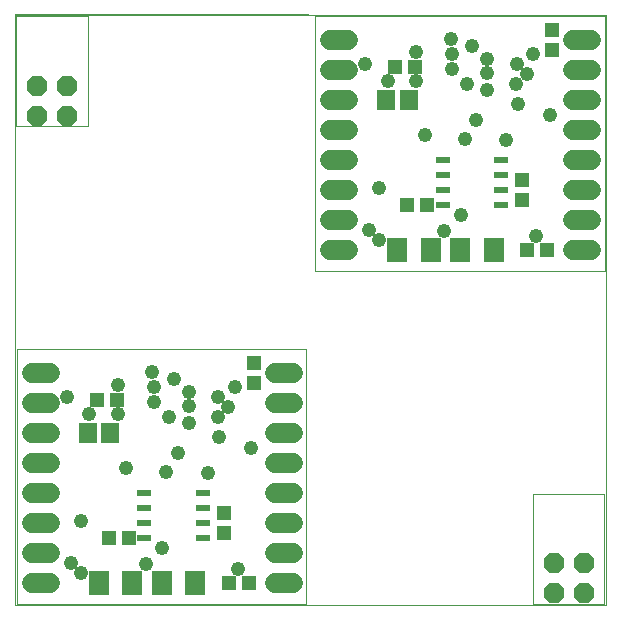
<source format=gbs>
G75*
%MOIN*%
%OFA0B0*%
%FSLAX25Y25*%
%IPPOS*%
%LPD*%
%AMOC8*
5,1,8,0,0,1.08239X$1,22.5*
%
%ADD10C,0.00000*%
%ADD11R,0.04737X0.05131*%
%ADD12R,0.05131X0.04737*%
%ADD13R,0.05918X0.06706*%
%ADD14C,0.06800*%
%ADD15R,0.07099X0.07898*%
%ADD16R,0.04934X0.02414*%
%ADD17OC8,0.06800*%
%ADD18C,0.04800*%
D10*
X0001118Y0001050D02*
X0197969Y0001050D01*
X0197969Y0197900D01*
X0001118Y0197900D01*
X0001118Y0001050D01*
X0197969Y0001050D01*
X0197969Y0197900D01*
X0001020Y0197959D01*
X0001118Y0001050D01*
X0001618Y0001550D02*
X0001618Y0086550D01*
X0098118Y0086550D01*
X0098118Y0001550D01*
X0001618Y0001550D01*
X0101118Y0112550D02*
X0101118Y0197550D01*
X0197618Y0197550D01*
X0197618Y0112550D01*
X0101118Y0112550D01*
X0173618Y0038261D02*
X0173618Y0001550D01*
X0197569Y0001550D01*
X0197569Y0038261D01*
X0173618Y0038261D01*
X0025451Y0160652D02*
X0025451Y0197363D01*
X0001500Y0197363D01*
X0001500Y0160652D01*
X0025451Y0160652D01*
D11*
X0080618Y0081896D03*
X0080618Y0075204D03*
X0070618Y0031896D03*
X0070618Y0025204D03*
X0170118Y0136204D03*
X0170118Y0142896D03*
X0180118Y0186204D03*
X0180118Y0192896D03*
D12*
X0134465Y0180550D03*
X0127772Y0180550D03*
X0131772Y0134550D03*
X0138465Y0134550D03*
X0171772Y0119550D03*
X0178465Y0119550D03*
X0078965Y0008550D03*
X0072272Y0008550D03*
X0038965Y0023550D03*
X0032272Y0023550D03*
X0034965Y0069550D03*
X0028272Y0069550D03*
D13*
X0025378Y0058550D03*
X0032858Y0058550D03*
X0124878Y0169550D03*
X0132358Y0169550D03*
D14*
X0112118Y0169550D02*
X0106118Y0169550D01*
X0106118Y0159550D02*
X0112118Y0159550D01*
X0112118Y0149550D02*
X0106118Y0149550D01*
X0106118Y0139550D02*
X0112118Y0139550D01*
X0112118Y0129550D02*
X0106118Y0129550D01*
X0106118Y0119550D02*
X0112118Y0119550D01*
X0093618Y0078550D02*
X0087618Y0078550D01*
X0087618Y0068550D02*
X0093618Y0068550D01*
X0093618Y0058550D02*
X0087618Y0058550D01*
X0087618Y0048550D02*
X0093618Y0048550D01*
X0093618Y0038550D02*
X0087618Y0038550D01*
X0087618Y0028550D02*
X0093618Y0028550D01*
X0093618Y0018550D02*
X0087618Y0018550D01*
X0087618Y0008550D02*
X0093618Y0008550D01*
X0012618Y0008550D02*
X0006618Y0008550D01*
X0006618Y0018550D02*
X0012618Y0018550D01*
X0012618Y0028550D02*
X0006618Y0028550D01*
X0006618Y0038550D02*
X0012618Y0038550D01*
X0012618Y0048550D02*
X0006618Y0048550D01*
X0006618Y0058550D02*
X0012618Y0058550D01*
X0012618Y0068550D02*
X0006618Y0068550D01*
X0006618Y0078550D02*
X0012618Y0078550D01*
X0106118Y0179550D02*
X0112118Y0179550D01*
X0112118Y0189550D02*
X0106118Y0189550D01*
X0187118Y0189550D02*
X0193118Y0189550D01*
X0193118Y0179550D02*
X0187118Y0179550D01*
X0187118Y0169550D02*
X0193118Y0169550D01*
X0193118Y0159550D02*
X0187118Y0159550D01*
X0187118Y0149550D02*
X0193118Y0149550D01*
X0193118Y0139550D02*
X0187118Y0139550D01*
X0187118Y0129550D02*
X0193118Y0129550D01*
X0193118Y0119550D02*
X0187118Y0119550D01*
D15*
X0160717Y0119550D03*
X0149520Y0119550D03*
X0139717Y0119550D03*
X0128520Y0119550D03*
X0061217Y0008550D03*
X0050020Y0008550D03*
X0040217Y0008550D03*
X0029020Y0008550D03*
D16*
X0044130Y0023550D03*
X0044130Y0028550D03*
X0044130Y0033550D03*
X0044130Y0038550D03*
X0063618Y0038550D03*
X0063618Y0033550D03*
X0063618Y0028550D03*
X0063618Y0023550D03*
X0143630Y0134550D03*
X0143630Y0139550D03*
X0143630Y0144550D03*
X0143630Y0149550D03*
X0163118Y0149550D03*
X0163118Y0144550D03*
X0163118Y0139550D03*
X0163118Y0134550D03*
D17*
X0180618Y0015050D03*
X0180618Y0005050D03*
X0190618Y0005050D03*
X0190618Y0015050D03*
X0018500Y0164152D03*
X0008500Y0164152D03*
X0008500Y0174152D03*
X0018500Y0174152D03*
D18*
X0046818Y0078750D03*
X0047418Y0073950D03*
X0047418Y0068750D03*
X0052418Y0063850D03*
X0059018Y0061950D03*
X0059018Y0067450D03*
X0059018Y0072250D03*
X0054018Y0076550D03*
X0068818Y0070550D03*
X0072218Y0067150D03*
X0068718Y0063850D03*
X0069218Y0057250D03*
X0079818Y0053350D03*
X0065318Y0045050D03*
X0055318Y0051850D03*
X0051518Y0045450D03*
X0038218Y0046950D03*
X0035418Y0064750D03*
X0025818Y0064750D03*
X0018418Y0070450D03*
X0035418Y0074350D03*
X0074318Y0073850D03*
X0122518Y0122750D03*
X0119218Y0126250D03*
X0122518Y0140250D03*
X0137718Y0157950D03*
X0151018Y0156450D03*
X0154818Y0162850D03*
X0158518Y0172950D03*
X0158518Y0178450D03*
X0158518Y0183250D03*
X0153518Y0187550D03*
X0146918Y0184950D03*
X0146918Y0179750D03*
X0151918Y0174850D03*
X0146318Y0189750D03*
X0134918Y0185350D03*
X0134918Y0175750D03*
X0125318Y0175750D03*
X0117918Y0181450D03*
X0164818Y0156050D03*
X0168718Y0168250D03*
X0168218Y0174850D03*
X0171718Y0178150D03*
X0168318Y0181550D03*
X0173818Y0184850D03*
X0179318Y0164350D03*
X0149618Y0131050D03*
X0144218Y0125650D03*
X0174918Y0124150D03*
X0075418Y0013150D03*
X0050118Y0020050D03*
X0044718Y0014650D03*
X0023018Y0011750D03*
X0019718Y0015250D03*
X0023018Y0029250D03*
M02*

</source>
